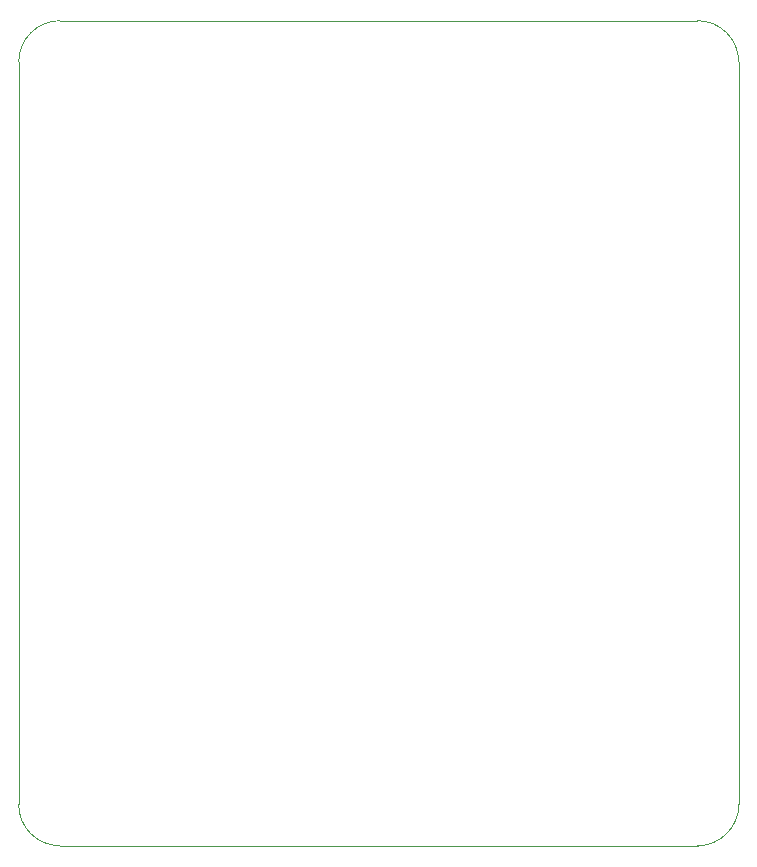
<source format=gbr>
%TF.GenerationSoftware,KiCad,Pcbnew,9.0.6*%
%TF.CreationDate,2026-01-06T23:31:54+01:00*%
%TF.ProjectId,uMule_transmiter,754d756c-655f-4747-9261-6e736d697465,rev?*%
%TF.SameCoordinates,Original*%
%TF.FileFunction,Profile,NP*%
%FSLAX46Y46*%
G04 Gerber Fmt 4.6, Leading zero omitted, Abs format (unit mm)*
G04 Created by KiCad (PCBNEW 9.0.6) date 2026-01-06 23:31:54*
%MOMM*%
%LPD*%
G01*
G04 APERTURE LIST*
%TA.AperFunction,Profile*%
%ADD10C,0.100000*%
%TD*%
G04 APERTURE END LIST*
D10*
X126990874Y-137479126D02*
X127000000Y-74620000D01*
X184469126Y-140979126D02*
X130490874Y-140979126D01*
X127000000Y-74620000D02*
G75*
G02*
X130500000Y-71120000I3500000J0D01*
G01*
X184460000Y-71120000D02*
G75*
G02*
X187960000Y-74620000I0J-3500000D01*
G01*
X187969126Y-137479126D02*
G75*
G02*
X184469126Y-140979126I-3500026J26D01*
G01*
X130490874Y-140979126D02*
G75*
G02*
X126990874Y-137479126I26J3500026D01*
G01*
X130500000Y-71120000D02*
X184460000Y-71120000D01*
X187960000Y-74620000D02*
X187969126Y-137479100D01*
M02*

</source>
